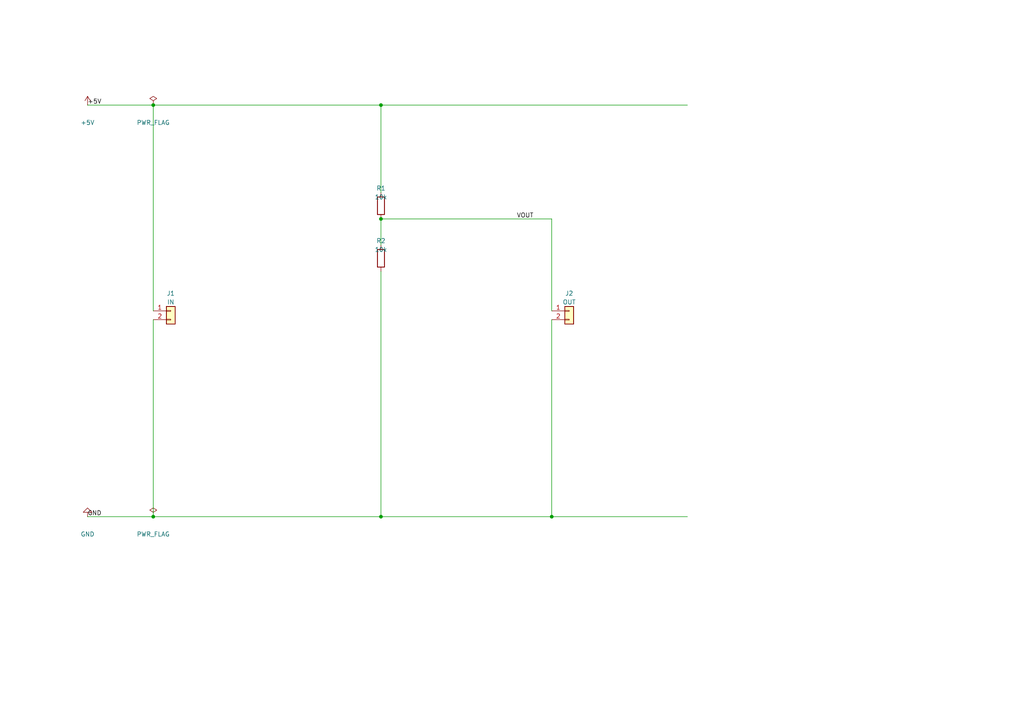
<source format=kicad_sch>
(kicad_sch (version 20231120) (generator "eeschema") (generator_version "9.0")
  (paper "A4")
  (title_block (title "Voltage Divider Test") (date "2025-01") (rev "A") (company "kicad-tools Validation") (comment 1 "Simple 2-resistor voltage divider") (comment 2 "5V -> 2.5V (10k/10k)"))
  (lib_symbols
    (symbol "Connector_Generic:Conn_01x02" (pin_names (offset 1.016) (hide yes))
      (property "Reference" "J" (at 0 2.54 0))
      (property "Value" "Conn_01x02" (at 0 -5.08 0))
      (symbol "Conn_01x02_1_1"
        (rectangle (start -1.27 1.27) (end 1.27 -3.81) (stroke (width 0.254)) (fill (type background)))
        (rectangle (start -1.27 0.127) (end 0 -0.127) (stroke (width 0.1524)))
        (rectangle (start -1.27 -2.413) (end 0 -2.667) (stroke (width 0.1524)))
        (pin passive line (at -5.08 0 0) (length 3.81) (name "Pin_1") (number "1"))
        (pin passive line (at -5.08 -2.54 0) (length 3.81) (name "Pin_2") (number "2"))
      )
    )
    (symbol "Device:R" (pin_numbers (hide yes)) (pin_names (offset 0))
      (property "Reference" "R" (at 2.032 0 90))
      (property "Value" "R" (at 0 0 90))
      (symbol "R_0_1"
        (rectangle (start -1.016 -2.54) (end 1.016 2.54) (stroke (width 0.254)))
      )
      (symbol "R_1_1"
        (pin passive line (at 0 3.81 270) (length 1.27) (name "~") (number "1"))
        (pin passive line (at 0 -3.81 90) (length 1.27) (name "~") (number "2"))
      )
    )
    (symbol "power:+5V" (power) (pin_numbers (hide yes)) (pin_names (offset 0) (hide yes))
      (property "Value" "+5V" (at 0 3.556 0))
      (symbol "+5V_0_1"
        (polyline (pts (xy -0.762 1.27) (xy 0 2.54)))
        (polyline (pts (xy 0 2.54) (xy 0.762 1.27)))
        (polyline (pts (xy 0 0) (xy 0 2.54)))
      )
      (symbol "+5V_1_1"
        (pin power_in line (at 0 0 90) (length 0) (name "~") (number "1"))
      )
    )
    (symbol "power:GND" (power) (pin_numbers (hide yes)) (pin_names (offset 0) (hide yes))
      (property "Value" "GND" (at 0 -3.81 0))
      (symbol "GND_0_1"
        (polyline (pts (xy 0 0) (xy 0 -1.27) (xy 1.27 -1.27) (xy 0 -2.54) (xy -1.27 -1.27) (xy 0 -1.27)))
      )
      (symbol "GND_1_1"
        (pin power_in line (at 0 0 270) (length 0) (name "~") (number "1"))
      )
    )
    (symbol "power:PWR_FLAG" (power) (pin_numbers (hide yes)) (pin_names (offset 0) (hide yes))
      (property "Value" "PWR_FLAG" (at 0 3.81 0))
      (symbol "PWR_FLAG_0_0"
        (pin power_out line (at 0 0 90) (length 0) (name "~") (number "1"))
      )
      (symbol "PWR_FLAG_0_1"
        (polyline (pts (xy 0 0) (xy 0 1.27) (xy -1.016 1.905) (xy 0 2.54) (xy 1.016 1.905) (xy 0 1.27)))
      )
    )
  )
  (symbol (lib_id "Connector_Generic:Conn_01x02") (at 49.53 90.17 0) (unit 1)
    (property "Reference" "J1" (at 49.53 85.09 0))
    (property "Value" "IN" (at 49.53 87.63 0))
  )
  (symbol (lib_id "Device:R") (at 110.49 59.69 0) (unit 1)
    (property "Reference" "R1" (at 110.49 54.61 0))
    (property "Value" "10k" (at 110.49 57.15 0))
  )
  (symbol (lib_id "Device:R") (at 110.49 74.93 0) (unit 1)
    (property "Reference" "R2" (at 110.49 69.85 0))
    (property "Value" "10k" (at 110.49 72.39 0))
  )
  (symbol (lib_id "Connector_Generic:Conn_01x02") (at 165.1 90.17 0) (unit 1)
    (property "Reference" "J2" (at 165.1 85.09 0))
    (property "Value" "OUT" (at 165.1 87.63 0))
  )
  (symbol (lib_id "power:+5V") (at 25.4 30.48 0) (unit 1)
    (property "Reference" "#PWR01" (effects (hide yes)))
    (property "Value" "+5V" (at 25.4 35.56 0))
  )
  (symbol (lib_id "power:GND") (at 25.4 149.86 180) (unit 1)
    (property "Reference" "#PWR02" (effects (hide yes)))
    (property "Value" "GND" (at 25.4 154.94 0))
  )
  (symbol (lib_id "power:PWR_FLAG") (at 44.45 30.48 0) (unit 1)
    (property "Reference" "#PWR03" (effects (hide yes)))
    (property "Value" "PWR_FLAG" (at 44.45 35.56 0))
  )
  (symbol (lib_id "power:PWR_FLAG") (at 44.45 149.86 0) (unit 1)
    (property "Reference" "#PWR04" (effects (hide yes)))
    (property "Value" "PWR_FLAG" (at 44.45 154.94 0))
  )
  (wire (pts (xy 25.4 30.48) (xy 44.45 30.48)))
  (wire (pts (xy 44.45 30.48) (xy 110.49 30.48)))
  (wire (pts (xy 110.49 30.48) (xy 199.39 30.48)))
  (wire (pts (xy 25.4 149.86) (xy 44.45 149.86)))
  (wire (pts (xy 44.45 149.86) (xy 110.49 149.86)))
  (wire (pts (xy 110.49 149.86) (xy 160.02 149.86)))
  (wire (pts (xy 160.02 149.86) (xy 199.39 149.86)))
  (wire (pts (xy 44.45 90.17) (xy 44.45 30.48)))
  (wire (pts (xy 44.45 92.71) (xy 44.45 149.86)))
  (wire (pts (xy 110.49 55.88) (xy 110.49 30.48)))
  (wire (pts (xy 110.49 63.5) (xy 110.49 71.12)))
  (wire (pts (xy 110.49 78.74) (xy 110.49 149.86)))
  (wire (pts (xy 110.49 63.5) (xy 160.02 63.5)))
  (wire (pts (xy 160.02 63.5) (xy 160.02 90.17)))
  (wire (pts (xy 160.02 92.71) (xy 160.02 149.86)))
  (junction (at 44.45 30.48))
  (junction (at 44.45 149.86))
  (junction (at 110.49 30.48))
  (junction (at 110.49 63.5))
  (junction (at 110.49 149.86))
  (junction (at 160.02 149.86))
  (label "+5V" (at 25.4 30.48 0))
  (label "GND" (at 25.4 149.86 0))
  (label "VOUT" (at 149.86 63.5 0))
)
</source>
